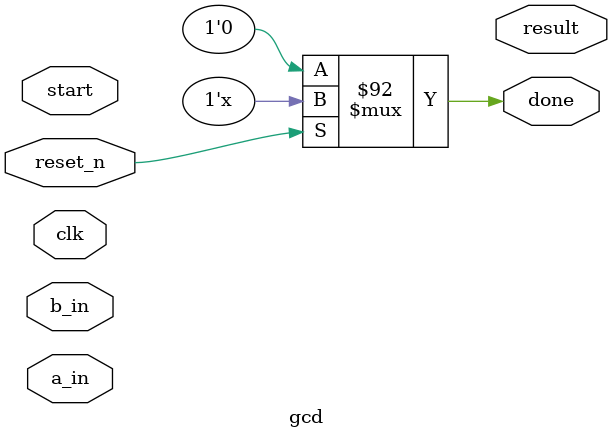
<source format=sv>
/******************************************************************************
Name: gcd.sv
Author: Jesse Wilson
Class: ECE 474
Homwork 4
******************************************************************************/


module gcd(	input [31:0] a_in,		//operand a
		input [31:0] b_in,		//operand b
		input start,			//validates the input data
		input reset_n,			//reset
		input clk,			//clock
		output reg [31:0] result,	//output of GCD engine
		output reg done			//validates output value
	);


	reg [31:0]	reg_a, reg_b;
	reg		a_lt_b;

	enum reg [1:0]  {
			load_a		= 2'b00,
			load_a_minus_b	= 2'b01,
			swap_from_b	= 2'b10,
			hold_a		= 2'b11
			} reg_a_sel;

	enum reg [1:0]	{
			load_b		= 2'b00,
			swap_from_a	= 2'b10,
			hold_b		= 2'b11
			} reg_b_sel;

	enum reg [1:0]  {
			idle	= 2'b00,
			run	= 2'b01,
			fin	= 2'b10,
			gcd_xx	= 'x
			} gcd_ns, gcd_ps;



//reg_a 
always_ff @(posedge clk, negedge reset_n)
begin
	if(!reset_n)	
		reg_a <= '0;

	else	begin
		unique case(reg_a_sel)
			load_a		: reg_a <= a_in;
			load_a_minus_b  : reg_a <= reg_a - reg_b;
			swap_from_b	: reg_a <= reg_b;
			hold_a		: reg_a <= reg_a;
		endcase
	end
end


//reg_b
always_ff @(posedge clk, negedge reset_n)
begin
	if(!reset_n)
		reg_b <= '0;
	
	else	begin
		unique case(reg_a_sel)
			load_b		: reg_b <= b_in;
			swap_from_a	: reg_b <= reg_a;
			hold_b		: reg_b <= reg_b;
		endcase
	end
end


//next state, present state flip flop
always_ff @(posedge clk, negedge reset_n)
begin
	if(!reset_n)	gcd_ps <= idle;
	else		gcd_ps <= gcd_ns;
end


//state machine
always_comb 
begin
	if(!reset_n) gcd_ns = gcd_xx;

	else begin
		case(gcd_ps)
			idle :	begin
				if(start)	gcd_ns = run;
				else		gcd_ns = idle;
			end

			run  :  begin
				if(a_lt_b)		gcd_ns = run;
				else if(reg_b != 0)	gcd_ns = run;
				else			gcd_ns = fin;
			end

			fin  :	gcd_ns = idle; 
		endcase
	end
end


//less than logic
always_comb
begin
	if(reg_a < reg_b) a_lt_b = 1'b1;
	else		  a_lt_b = 1'b0;
end


//register select logic
always_comb
begin
	if(!reset_n) begin
		reg_a_sel = hold_a;
		reg_b_sel = hold_b;
		done = 1'b0;
	end

	else begin
		case(gcd_ps)
			idle :	begin
				if(start) begin
					reg_a_sel = load_a;
					reg_b_sel = load_b;
				end

				else begin
					reg_a_sel = hold_a;
					reg_b_sel = hold_b;
				end
			end

			run  :	begin
				if(a_lt_b) begin 
					reg_a_sel = swap_from_b;
					reg_b_sel = swap_from_a;
				end

				else if(reg_b != 0) begin
					reg_a_sel = load_a_minus_b;
					reg_b_sel = hold_b;
				end

				else begin
					reg_a_sel = hold_a;
					reg_b_sel = hold_b;
				end
			end
		endcase
	end
end

endmodule

</source>
